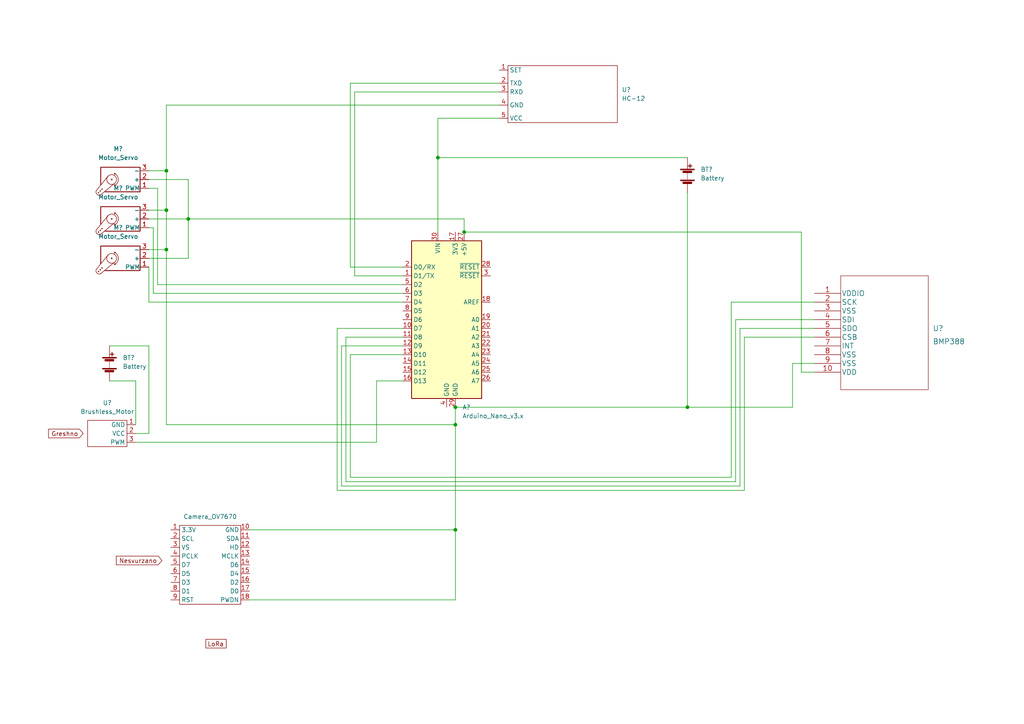
<source format=kicad_sch>
(kicad_sch (version 20211123) (generator eeschema)

  (uuid 9a3dd76b-6131-498a-adff-a5d6baab5f1c)

  (paper "A4")

  (lib_symbols
    (symbol "BMP388:BMP388" (pin_names (offset 0.254)) (in_bom yes) (on_board yes)
      (property "Reference" "U" (id 0) (at 20.32 10.16 0)
        (effects (font (size 1.524 1.524)))
      )
      (property "Value" "BMP388" (id 1) (at 20.32 7.62 0)
        (effects (font (size 1.524 1.524)))
      )
      (property "Footprint" "QFN_BMP388_BOS" (id 2) (at 20.32 6.096 0)
        (effects (font (size 1.524 1.524)) hide)
      )
      (property "Datasheet" "" (id 3) (at 0 0 0)
        (effects (font (size 1.524 1.524)))
      )
      (property "ki_locked" "" (id 4) (at 0 0 0)
        (effects (font (size 1.27 1.27)))
      )
      (property "ki_fp_filters" "QFN_BMP388_BOS QFN_BMP388_BOS-M QFN_BMP388_BOS-L" (id 5) (at 0 0 0)
        (effects (font (size 1.27 1.27)) hide)
      )
      (symbol "BMP388_1_1"
        (polyline
          (pts
            (xy 7.62 -27.94)
            (xy 33.02 -27.94)
          )
          (stroke (width 0.127) (type default) (color 0 0 0 0))
          (fill (type none))
        )
        (polyline
          (pts
            (xy 7.62 5.08)
            (xy 7.62 -27.94)
          )
          (stroke (width 0.127) (type default) (color 0 0 0 0))
          (fill (type none))
        )
        (polyline
          (pts
            (xy 33.02 -27.94)
            (xy 33.02 5.08)
          )
          (stroke (width 0.127) (type default) (color 0 0 0 0))
          (fill (type none))
        )
        (polyline
          (pts
            (xy 33.02 5.08)
            (xy 7.62 5.08)
          )
          (stroke (width 0.127) (type default) (color 0 0 0 0))
          (fill (type none))
        )
        (pin power_in line (at 0 0 0) (length 7.62)
          (name "VDDIO" (effects (font (size 1.4986 1.4986))))
          (number "1" (effects (font (size 1.4986 1.4986))))
        )
        (pin power_in line (at 0 -22.86 0) (length 7.62)
          (name "VDD" (effects (font (size 1.4986 1.4986))))
          (number "10" (effects (font (size 1.4986 1.4986))))
        )
        (pin unspecified line (at 0 -2.54 0) (length 7.62)
          (name "SCK" (effects (font (size 1.4986 1.4986))))
          (number "2" (effects (font (size 1.4986 1.4986))))
        )
        (pin power_in line (at 0 -5.08 0) (length 7.62)
          (name "VSS" (effects (font (size 1.4986 1.4986))))
          (number "3" (effects (font (size 1.4986 1.4986))))
        )
        (pin unspecified line (at 0 -7.62 0) (length 7.62)
          (name "SDI" (effects (font (size 1.4986 1.4986))))
          (number "4" (effects (font (size 1.4986 1.4986))))
        )
        (pin unspecified line (at 0 -10.16 0) (length 7.62)
          (name "SDO" (effects (font (size 1.4986 1.4986))))
          (number "5" (effects (font (size 1.4986 1.4986))))
        )
        (pin unspecified line (at 0 -12.7 0) (length 7.62)
          (name "CSB" (effects (font (size 1.4986 1.4986))))
          (number "6" (effects (font (size 1.4986 1.4986))))
        )
        (pin unspecified line (at 0 -15.24 0) (length 7.62)
          (name "INT" (effects (font (size 1.4986 1.4986))))
          (number "7" (effects (font (size 1.4986 1.4986))))
        )
        (pin power_in line (at 0 -17.78 0) (length 7.62)
          (name "VSS" (effects (font (size 1.4986 1.4986))))
          (number "8" (effects (font (size 1.4986 1.4986))))
        )
        (pin power_in line (at 0 -20.32 0) (length 7.62)
          (name "VSS" (effects (font (size 1.4986 1.4986))))
          (number "9" (effects (font (size 1.4986 1.4986))))
        )
      )
    )
    (symbol "Device:Battery" (pin_numbers hide) (pin_names (offset 0) hide) (in_bom yes) (on_board yes)
      (property "Reference" "BT" (id 0) (at 2.54 2.54 0)
        (effects (font (size 1.27 1.27)) (justify left))
      )
      (property "Value" "Battery" (id 1) (at 2.54 0 0)
        (effects (font (size 1.27 1.27)) (justify left))
      )
      (property "Footprint" "" (id 2) (at 0 1.524 90)
        (effects (font (size 1.27 1.27)) hide)
      )
      (property "Datasheet" "~" (id 3) (at 0 1.524 90)
        (effects (font (size 1.27 1.27)) hide)
      )
      (property "ki_keywords" "batt voltage-source cell" (id 4) (at 0 0 0)
        (effects (font (size 1.27 1.27)) hide)
      )
      (property "ki_description" "Multiple-cell battery" (id 5) (at 0 0 0)
        (effects (font (size 1.27 1.27)) hide)
      )
      (symbol "Battery_0_1"
        (rectangle (start -2.032 -1.397) (end 2.032 -1.651)
          (stroke (width 0) (type default) (color 0 0 0 0))
          (fill (type outline))
        )
        (rectangle (start -2.032 1.778) (end 2.032 1.524)
          (stroke (width 0) (type default) (color 0 0 0 0))
          (fill (type outline))
        )
        (rectangle (start -1.3208 -1.9812) (end 1.27 -2.4892)
          (stroke (width 0) (type default) (color 0 0 0 0))
          (fill (type outline))
        )
        (rectangle (start -1.3208 1.1938) (end 1.27 0.6858)
          (stroke (width 0) (type default) (color 0 0 0 0))
          (fill (type outline))
        )
        (polyline
          (pts
            (xy 0 -1.524)
            (xy 0 -1.27)
          )
          (stroke (width 0) (type default) (color 0 0 0 0))
          (fill (type none))
        )
        (polyline
          (pts
            (xy 0 -1.016)
            (xy 0 -0.762)
          )
          (stroke (width 0) (type default) (color 0 0 0 0))
          (fill (type none))
        )
        (polyline
          (pts
            (xy 0 -0.508)
            (xy 0 -0.254)
          )
          (stroke (width 0) (type default) (color 0 0 0 0))
          (fill (type none))
        )
        (polyline
          (pts
            (xy 0 0)
            (xy 0 0.254)
          )
          (stroke (width 0) (type default) (color 0 0 0 0))
          (fill (type none))
        )
        (polyline
          (pts
            (xy 0 0.508)
            (xy 0 0.762)
          )
          (stroke (width 0) (type default) (color 0 0 0 0))
          (fill (type none))
        )
        (polyline
          (pts
            (xy 0 1.778)
            (xy 0 2.54)
          )
          (stroke (width 0) (type default) (color 0 0 0 0))
          (fill (type none))
        )
        (polyline
          (pts
            (xy 0.254 2.667)
            (xy 1.27 2.667)
          )
          (stroke (width 0.254) (type default) (color 0 0 0 0))
          (fill (type none))
        )
        (polyline
          (pts
            (xy 0.762 3.175)
            (xy 0.762 2.159)
          )
          (stroke (width 0.254) (type default) (color 0 0 0 0))
          (fill (type none))
        )
      )
      (symbol "Battery_1_1"
        (pin passive line (at 0 5.08 270) (length 2.54)
          (name "+" (effects (font (size 1.27 1.27))))
          (number "1" (effects (font (size 1.27 1.27))))
        )
        (pin passive line (at 0 -5.08 90) (length 2.54)
          (name "-" (effects (font (size 1.27 1.27))))
          (number "2" (effects (font (size 1.27 1.27))))
        )
      )
    )
    (symbol "MCU_Module:Arduino_Nano_v3.x" (in_bom yes) (on_board yes)
      (property "Reference" "A" (id 0) (at -10.16 23.495 0)
        (effects (font (size 1.27 1.27)) (justify left bottom))
      )
      (property "Value" "Arduino_Nano_v3.x" (id 1) (at 5.08 -24.13 0)
        (effects (font (size 1.27 1.27)) (justify left top))
      )
      (property "Footprint" "Module:Arduino_Nano" (id 2) (at 0 0 0)
        (effects (font (size 1.27 1.27) italic) hide)
      )
      (property "Datasheet" "http://www.mouser.com/pdfdocs/Gravitech_Arduino_Nano3_0.pdf" (id 3) (at 0 0 0)
        (effects (font (size 1.27 1.27)) hide)
      )
      (property "ki_keywords" "Arduino nano microcontroller module USB" (id 4) (at 0 0 0)
        (effects (font (size 1.27 1.27)) hide)
      )
      (property "ki_description" "Arduino Nano v3.x" (id 5) (at 0 0 0)
        (effects (font (size 1.27 1.27)) hide)
      )
      (property "ki_fp_filters" "Arduino*Nano*" (id 6) (at 0 0 0)
        (effects (font (size 1.27 1.27)) hide)
      )
      (symbol "Arduino_Nano_v3.x_0_1"
        (rectangle (start -10.16 22.86) (end 10.16 -22.86)
          (stroke (width 0.254) (type default) (color 0 0 0 0))
          (fill (type background))
        )
      )
      (symbol "Arduino_Nano_v3.x_1_1"
        (pin bidirectional line (at -12.7 12.7 0) (length 2.54)
          (name "D1/TX" (effects (font (size 1.27 1.27))))
          (number "1" (effects (font (size 1.27 1.27))))
        )
        (pin bidirectional line (at -12.7 -2.54 0) (length 2.54)
          (name "D7" (effects (font (size 1.27 1.27))))
          (number "10" (effects (font (size 1.27 1.27))))
        )
        (pin bidirectional line (at -12.7 -5.08 0) (length 2.54)
          (name "D8" (effects (font (size 1.27 1.27))))
          (number "11" (effects (font (size 1.27 1.27))))
        )
        (pin bidirectional line (at -12.7 -7.62 0) (length 2.54)
          (name "D9" (effects (font (size 1.27 1.27))))
          (number "12" (effects (font (size 1.27 1.27))))
        )
        (pin bidirectional line (at -12.7 -10.16 0) (length 2.54)
          (name "D10" (effects (font (size 1.27 1.27))))
          (number "13" (effects (font (size 1.27 1.27))))
        )
        (pin bidirectional line (at -12.7 -12.7 0) (length 2.54)
          (name "D11" (effects (font (size 1.27 1.27))))
          (number "14" (effects (font (size 1.27 1.27))))
        )
        (pin bidirectional line (at -12.7 -15.24 0) (length 2.54)
          (name "D12" (effects (font (size 1.27 1.27))))
          (number "15" (effects (font (size 1.27 1.27))))
        )
        (pin bidirectional line (at -12.7 -17.78 0) (length 2.54)
          (name "D13" (effects (font (size 1.27 1.27))))
          (number "16" (effects (font (size 1.27 1.27))))
        )
        (pin power_out line (at 2.54 25.4 270) (length 2.54)
          (name "3V3" (effects (font (size 1.27 1.27))))
          (number "17" (effects (font (size 1.27 1.27))))
        )
        (pin input line (at 12.7 5.08 180) (length 2.54)
          (name "AREF" (effects (font (size 1.27 1.27))))
          (number "18" (effects (font (size 1.27 1.27))))
        )
        (pin bidirectional line (at 12.7 0 180) (length 2.54)
          (name "A0" (effects (font (size 1.27 1.27))))
          (number "19" (effects (font (size 1.27 1.27))))
        )
        (pin bidirectional line (at -12.7 15.24 0) (length 2.54)
          (name "D0/RX" (effects (font (size 1.27 1.27))))
          (number "2" (effects (font (size 1.27 1.27))))
        )
        (pin bidirectional line (at 12.7 -2.54 180) (length 2.54)
          (name "A1" (effects (font (size 1.27 1.27))))
          (number "20" (effects (font (size 1.27 1.27))))
        )
        (pin bidirectional line (at 12.7 -5.08 180) (length 2.54)
          (name "A2" (effects (font (size 1.27 1.27))))
          (number "21" (effects (font (size 1.27 1.27))))
        )
        (pin bidirectional line (at 12.7 -7.62 180) (length 2.54)
          (name "A3" (effects (font (size 1.27 1.27))))
          (number "22" (effects (font (size 1.27 1.27))))
        )
        (pin bidirectional line (at 12.7 -10.16 180) (length 2.54)
          (name "A4" (effects (font (size 1.27 1.27))))
          (number "23" (effects (font (size 1.27 1.27))))
        )
        (pin bidirectional line (at 12.7 -12.7 180) (length 2.54)
          (name "A5" (effects (font (size 1.27 1.27))))
          (number "24" (effects (font (size 1.27 1.27))))
        )
        (pin bidirectional line (at 12.7 -15.24 180) (length 2.54)
          (name "A6" (effects (font (size 1.27 1.27))))
          (number "25" (effects (font (size 1.27 1.27))))
        )
        (pin bidirectional line (at 12.7 -17.78 180) (length 2.54)
          (name "A7" (effects (font (size 1.27 1.27))))
          (number "26" (effects (font (size 1.27 1.27))))
        )
        (pin power_out line (at 5.08 25.4 270) (length 2.54)
          (name "+5V" (effects (font (size 1.27 1.27))))
          (number "27" (effects (font (size 1.27 1.27))))
        )
        (pin input line (at 12.7 15.24 180) (length 2.54)
          (name "~{RESET}" (effects (font (size 1.27 1.27))))
          (number "28" (effects (font (size 1.27 1.27))))
        )
        (pin power_in line (at 2.54 -25.4 90) (length 2.54)
          (name "GND" (effects (font (size 1.27 1.27))))
          (number "29" (effects (font (size 1.27 1.27))))
        )
        (pin input line (at 12.7 12.7 180) (length 2.54)
          (name "~{RESET}" (effects (font (size 1.27 1.27))))
          (number "3" (effects (font (size 1.27 1.27))))
        )
        (pin power_in line (at -2.54 25.4 270) (length 2.54)
          (name "VIN" (effects (font (size 1.27 1.27))))
          (number "30" (effects (font (size 1.27 1.27))))
        )
        (pin power_in line (at 0 -25.4 90) (length 2.54)
          (name "GND" (effects (font (size 1.27 1.27))))
          (number "4" (effects (font (size 1.27 1.27))))
        )
        (pin bidirectional line (at -12.7 10.16 0) (length 2.54)
          (name "D2" (effects (font (size 1.27 1.27))))
          (number "5" (effects (font (size 1.27 1.27))))
        )
        (pin bidirectional line (at -12.7 7.62 0) (length 2.54)
          (name "D3" (effects (font (size 1.27 1.27))))
          (number "6" (effects (font (size 1.27 1.27))))
        )
        (pin bidirectional line (at -12.7 5.08 0) (length 2.54)
          (name "D4" (effects (font (size 1.27 1.27))))
          (number "7" (effects (font (size 1.27 1.27))))
        )
        (pin bidirectional line (at -12.7 2.54 0) (length 2.54)
          (name "D5" (effects (font (size 1.27 1.27))))
          (number "8" (effects (font (size 1.27 1.27))))
        )
        (pin bidirectional line (at -12.7 0 0) (length 2.54)
          (name "D6" (effects (font (size 1.27 1.27))))
          (number "9" (effects (font (size 1.27 1.27))))
        )
      )
    )
    (symbol "Motor:Brushless_Motor" (in_bom yes) (on_board yes)
      (property "Reference" "U" (id 0) (at 2.54 7.62 0)
        (effects (font (size 1.27 1.27)))
      )
      (property "Value" "Brushless_Motor" (id 1) (at 2.54 5.08 0)
        (effects (font (size 1.27 1.27)))
      )
      (property "Footprint" "" (id 2) (at 2.54 0 0)
        (effects (font (size 1.27 1.27)) hide)
      )
      (property "Datasheet" "" (id 3) (at 2.54 0 0)
        (effects (font (size 1.27 1.27)) hide)
      )
      (symbol "Brushless_Motor_0_1"
        (rectangle (start -2.54 2.54) (end 8.89 -5.08)
          (stroke (width 0) (type default) (color 0 0 0 0))
          (fill (type none))
        )
      )
      (symbol "Brushless_Motor_1_1"
        (pin input line (at -5.08 1.27 0) (length 2.54)
          (name "GND" (effects (font (size 1.27 1.27))))
          (number "1" (effects (font (size 1.27 1.27))))
        )
        (pin input line (at -5.08 -1.27 0) (length 2.54)
          (name "VCC" (effects (font (size 1.27 1.27))))
          (number "2" (effects (font (size 1.27 1.27))))
        )
        (pin input line (at -5.08 -3.81 0) (length 2.54)
          (name "PWM" (effects (font (size 1.27 1.27))))
          (number "3" (effects (font (size 1.27 1.27))))
        )
      )
    )
    (symbol "Motor:Motor_Servo" (pin_names (offset 0.0254)) (in_bom yes) (on_board yes)
      (property "Reference" "M" (id 0) (at -5.08 4.445 0)
        (effects (font (size 1.27 1.27)) (justify left))
      )
      (property "Value" "Motor_Servo" (id 1) (at -5.08 -4.064 0)
        (effects (font (size 1.27 1.27)) (justify left top))
      )
      (property "Footprint" "" (id 2) (at 0 -4.826 0)
        (effects (font (size 1.27 1.27)) hide)
      )
      (property "Datasheet" "http://forums.parallax.com/uploads/attachments/46831/74481.png" (id 3) (at 0 -4.826 0)
        (effects (font (size 1.27 1.27)) hide)
      )
      (property "ki_keywords" "Servo Motor" (id 4) (at 0 0 0)
        (effects (font (size 1.27 1.27)) hide)
      )
      (property "ki_description" "Servo Motor (Futaba, HiTec, JR connector)" (id 5) (at 0 0 0)
        (effects (font (size 1.27 1.27)) hide)
      )
      (property "ki_fp_filters" "PinHeader*P2.54mm*" (id 6) (at 0 0 0)
        (effects (font (size 1.27 1.27)) hide)
      )
      (symbol "Motor_Servo_0_1"
        (polyline
          (pts
            (xy 2.413 -1.778)
            (xy 2.032 -1.778)
          )
          (stroke (width 0) (type default) (color 0 0 0 0))
          (fill (type none))
        )
        (polyline
          (pts
            (xy 2.413 -1.778)
            (xy 2.286 -1.397)
          )
          (stroke (width 0) (type default) (color 0 0 0 0))
          (fill (type none))
        )
        (polyline
          (pts
            (xy 2.413 1.778)
            (xy 1.905 1.778)
          )
          (stroke (width 0) (type default) (color 0 0 0 0))
          (fill (type none))
        )
        (polyline
          (pts
            (xy 2.413 1.778)
            (xy 2.286 1.397)
          )
          (stroke (width 0) (type default) (color 0 0 0 0))
          (fill (type none))
        )
        (polyline
          (pts
            (xy 6.35 4.445)
            (xy 2.54 1.27)
          )
          (stroke (width 0) (type default) (color 0 0 0 0))
          (fill (type none))
        )
        (polyline
          (pts
            (xy 7.62 3.175)
            (xy 4.191 -1.016)
          )
          (stroke (width 0) (type default) (color 0 0 0 0))
          (fill (type none))
        )
        (polyline
          (pts
            (xy 5.08 3.556)
            (xy -5.08 3.556)
            (xy -5.08 -3.556)
            (xy 6.35 -3.556)
            (xy 6.35 1.524)
          )
          (stroke (width 0.254) (type default) (color 0 0 0 0))
          (fill (type none))
        )
        (arc (start 2.413 1.778) (mid 1.2406 0) (end 2.413 -1.778)
          (stroke (width 0) (type default) (color 0 0 0 0))
          (fill (type none))
        )
        (circle (center 3.175 0) (radius 0.1778)
          (stroke (width 0) (type default) (color 0 0 0 0))
          (fill (type none))
        )
        (circle (center 3.175 0) (radius 1.4224)
          (stroke (width 0) (type default) (color 0 0 0 0))
          (fill (type none))
        )
        (circle (center 5.969 2.794) (radius 0.127)
          (stroke (width 0) (type default) (color 0 0 0 0))
          (fill (type none))
        )
        (circle (center 6.477 3.302) (radius 0.127)
          (stroke (width 0) (type default) (color 0 0 0 0))
          (fill (type none))
        )
        (circle (center 6.985 3.81) (radius 0.127)
          (stroke (width 0) (type default) (color 0 0 0 0))
          (fill (type none))
        )
        (arc (start 7.62 3.175) (mid 7.4485 4.2735) (end 6.35 4.445)
          (stroke (width 0) (type default) (color 0 0 0 0))
          (fill (type none))
        )
      )
      (symbol "Motor_Servo_1_1"
        (pin passive line (at -7.62 2.54 0) (length 2.54)
          (name "PWM" (effects (font (size 1.27 1.27))))
          (number "1" (effects (font (size 1.27 1.27))))
        )
        (pin passive line (at -7.62 0 0) (length 2.54)
          (name "+" (effects (font (size 1.27 1.27))))
          (number "2" (effects (font (size 1.27 1.27))))
        )
        (pin passive line (at -7.62 -2.54 0) (length 2.54)
          (name "-" (effects (font (size 1.27 1.27))))
          (number "3" (effects (font (size 1.27 1.27))))
        )
      )
    )
    (symbol "RF_Bluetooth:HC-12" (in_bom yes) (on_board yes)
      (property "Reference" "U" (id 0) (at 0 0 0)
        (effects (font (size 1.27 1.27)))
      )
      (property "Value" "HC-12" (id 1) (at 0 11.43 0)
        (effects (font (size 1.27 1.27)))
      )
      (property "Footprint" "" (id 2) (at 0 0 0)
        (effects (font (size 1.27 1.27)) hide)
      )
      (property "Datasheet" "" (id 3) (at 0 0 0)
        (effects (font (size 1.27 1.27)) hide)
      )
      (symbol "HC-12_0_1"
        (rectangle (start -16.51 8.89) (end 15.24 -7.62)
          (stroke (width 0) (type default) (color 0 0 0 0))
          (fill (type none))
        )
      )
      (symbol "HC-12_1_1"
        (pin input line (at -19.05 7.62 0) (length 2.54)
          (name "SET" (effects (font (size 1.27 1.27))))
          (number "1" (effects (font (size 1.27 1.27))))
        )
        (pin input line (at -19.05 3.81 0) (length 2.54)
          (name "TXD" (effects (font (size 1.27 1.27))))
          (number "2" (effects (font (size 1.27 1.27))))
        )
        (pin input line (at -19.05 1.27 0) (length 2.54)
          (name "RXD" (effects (font (size 1.27 1.27))))
          (number "3" (effects (font (size 1.27 1.27))))
        )
        (pin input line (at -19.05 -2.54 0) (length 2.54)
          (name "GND" (effects (font (size 1.27 1.27))))
          (number "4" (effects (font (size 1.27 1.27))))
        )
        (pin input line (at -19.05 -6.35 0) (length 2.54)
          (name "VCC" (effects (font (size 1.27 1.27))))
          (number "5" (effects (font (size 1.27 1.27))))
        )
      )
    )
    (symbol "Sensor_Optical:Camera_OV7670" (in_bom yes) (on_board yes)
      (property "Reference" "U" (id 0) (at -16.51 30.48 0)
        (effects (font (size 1.27 1.27)))
      )
      (property "Value" "Camera_OV7670" (id 1) (at 0 26.67 0)
        (effects (font (size 1.27 1.27)))
      )
      (property "Footprint" "" (id 2) (at 3.81 0 0)
        (effects (font (size 1.27 1.27)) hide)
      )
      (property "Datasheet" "" (id 3) (at 3.81 0 0)
        (effects (font (size 1.27 1.27)) hide)
      )
      (symbol "Camera_OV7670_0_1"
        (rectangle (start -8.89 24.13) (end 8.89 1.27)
          (stroke (width 0) (type default) (color 0 0 0 0))
          (fill (type none))
        )
      )
      (symbol "Camera_OV7670_1_1"
        (pin input line (at -11.43 22.86 0) (length 2.54)
          (name "3.3V" (effects (font (size 1.27 1.27))))
          (number "1" (effects (font (size 1.27 1.27))))
        )
        (pin input line (at 11.43 22.86 180) (length 2.54)
          (name "GND" (effects (font (size 1.27 1.27))))
          (number "10" (effects (font (size 1.27 1.27))))
        )
        (pin input line (at 11.43 20.32 180) (length 2.54)
          (name "SDA" (effects (font (size 1.27 1.27))))
          (number "11" (effects (font (size 1.27 1.27))))
        )
        (pin input line (at 11.43 17.78 180) (length 2.54)
          (name "HD" (effects (font (size 1.27 1.27))))
          (number "12" (effects (font (size 1.27 1.27))))
        )
        (pin input line (at 11.43 15.24 180) (length 2.54)
          (name "MCLK" (effects (font (size 1.27 1.27))))
          (number "13" (effects (font (size 1.27 1.27))))
        )
        (pin input line (at 11.43 12.7 180) (length 2.54)
          (name "D6" (effects (font (size 1.27 1.27))))
          (number "14" (effects (font (size 1.27 1.27))))
        )
        (pin input line (at 11.43 10.16 180) (length 2.54)
          (name "D4" (effects (font (size 1.27 1.27))))
          (number "15" (effects (font (size 1.27 1.27))))
        )
        (pin input line (at 11.43 7.62 180) (length 2.54)
          (name "D2" (effects (font (size 1.27 1.27))))
          (number "16" (effects (font (size 1.27 1.27))))
        )
        (pin input line (at 11.43 5.08 180) (length 2.54)
          (name "D0" (effects (font (size 1.27 1.27))))
          (number "17" (effects (font (size 1.27 1.27))))
        )
        (pin input line (at 11.43 2.54 180) (length 2.54)
          (name "PWDN" (effects (font (size 1.27 1.27))))
          (number "18" (effects (font (size 1.27 1.27))))
        )
        (pin input line (at -11.43 20.32 0) (length 2.54)
          (name "SCL" (effects (font (size 1.27 1.27))))
          (number "2" (effects (font (size 1.27 1.27))))
        )
        (pin input line (at -11.43 17.78 0) (length 2.54)
          (name "VS" (effects (font (size 1.27 1.27))))
          (number "3" (effects (font (size 1.27 1.27))))
        )
        (pin input line (at -11.43 15.24 0) (length 2.54)
          (name "PCLK" (effects (font (size 1.27 1.27))))
          (number "4" (effects (font (size 1.27 1.27))))
        )
        (pin input line (at -11.43 12.7 0) (length 2.54)
          (name "D7" (effects (font (size 1.27 1.27))))
          (number "5" (effects (font (size 1.27 1.27))))
        )
        (pin input line (at -11.43 10.16 0) (length 2.54)
          (name "D5" (effects (font (size 1.27 1.27))))
          (number "6" (effects (font (size 1.27 1.27))))
        )
        (pin input line (at -11.43 7.62 0) (length 2.54)
          (name "D3" (effects (font (size 1.27 1.27))))
          (number "7" (effects (font (size 1.27 1.27))))
        )
        (pin input line (at -11.43 5.08 0) (length 2.54)
          (name "D1" (effects (font (size 1.27 1.27))))
          (number "8" (effects (font (size 1.27 1.27))))
        )
        (pin input line (at -11.43 2.54 0) (length 2.54)
          (name "RST" (effects (font (size 1.27 1.27))))
          (number "9" (effects (font (size 1.27 1.27))))
        )
      )
    )
  )

  (junction (at 132.08 153.67) (diameter 0) (color 0 0 0 0)
    (uuid 351322aa-ba8f-4724-a603-bf463a1f4680)
  )
  (junction (at 134.62 67.31) (diameter 0) (color 0 0 0 0)
    (uuid 406a6ba4-2ea1-458d-a151-e751e70b3911)
  )
  (junction (at 48.26 72.39) (diameter 0) (color 0 0 0 0)
    (uuid 422152b9-2c8f-4576-ae4c-a1af71836e03)
  )
  (junction (at 48.26 49.53) (diameter 0) (color 0 0 0 0)
    (uuid 52c7d7c8-fa31-4e46-9eb5-d3286895dddd)
  )
  (junction (at 127 45.72) (diameter 0) (color 0 0 0 0)
    (uuid 5a3ccbb1-3e8c-4093-9fb1-3ad2acf9b9e4)
  )
  (junction (at 132.08 123.19) (diameter 0) (color 0 0 0 0)
    (uuid 6101a3d6-81ca-45aa-ae6a-914d14f146ba)
  )
  (junction (at 48.26 60.96) (diameter 0) (color 0 0 0 0)
    (uuid 6834827f-b599-4949-b00e-ace44e034a2e)
  )
  (junction (at 54.61 63.5) (diameter 0) (color 0 0 0 0)
    (uuid 72818f49-a737-4d64-a5e3-64475f6e8d80)
  )
  (junction (at 199.39 118.11) (diameter 0) (color 0 0 0 0)
    (uuid 77d855af-6a1f-45a2-8aa3-0016fda10d58)
  )
  (junction (at 132.08 118.11) (diameter 0) (color 0 0 0 0)
    (uuid ba80cd45-6c61-442c-a455-89f5770eb812)
  )

  (wire (pts (xy 134.62 63.5) (xy 134.62 67.31))
    (stroke (width 0) (type default) (color 0 0 0 0))
    (uuid 01c0711a-1ccf-45fd-8bee-91300618f520)
  )
  (wire (pts (xy 99.06 140.97) (xy 99.06 100.33))
    (stroke (width 0) (type default) (color 0 0 0 0))
    (uuid 04ce0e00-a834-4cf0-a3bd-95303e431f64)
  )
  (wire (pts (xy 39.37 123.19) (xy 39.37 110.49))
    (stroke (width 0) (type default) (color 0 0 0 0))
    (uuid 0678a91d-0a72-47ba-a498-35a9a5675417)
  )
  (wire (pts (xy 43.18 74.93) (xy 54.61 74.93))
    (stroke (width 0) (type default) (color 0 0 0 0))
    (uuid 067d7380-8875-43e7-910b-1b51aefeec89)
  )
  (wire (pts (xy 144.78 30.48) (xy 48.26 30.48))
    (stroke (width 0) (type default) (color 0 0 0 0))
    (uuid 0ea56d1b-58f3-43eb-803c-947f2e268272)
  )
  (wire (pts (xy 214.63 140.97) (xy 99.06 140.97))
    (stroke (width 0) (type default) (color 0 0 0 0))
    (uuid 10f5c5ba-5c88-49d4-8158-eea2625ddaf3)
  )
  (wire (pts (xy 97.79 142.24) (xy 215.9 142.24))
    (stroke (width 0) (type default) (color 0 0 0 0))
    (uuid 14cffd0b-43ff-47d2-9c59-818b909d6455)
  )
  (wire (pts (xy 43.18 60.96) (xy 48.26 60.96))
    (stroke (width 0) (type default) (color 0 0 0 0))
    (uuid 157771a0-e99f-45e9-ab4a-dc91c6367529)
  )
  (wire (pts (xy 212.09 138.43) (xy 212.09 87.63))
    (stroke (width 0) (type default) (color 0 0 0 0))
    (uuid 1c3b04fd-d0f2-4d15-953c-675033c65bd4)
  )
  (wire (pts (xy 132.08 118.11) (xy 199.39 118.11))
    (stroke (width 0) (type default) (color 0 0 0 0))
    (uuid 250a2ecd-f0c3-4fe6-a6f5-503153509c07)
  )
  (wire (pts (xy 236.22 95.25) (xy 214.63 95.25))
    (stroke (width 0) (type default) (color 0 0 0 0))
    (uuid 265f7228-1a7c-42f9-9fb8-db735a21a1d6)
  )
  (wire (pts (xy 144.78 26.67) (xy 102.87 26.67))
    (stroke (width 0) (type default) (color 0 0 0 0))
    (uuid 2a8c97a8-c4ed-4067-af2e-77dc3d490749)
  )
  (wire (pts (xy 132.08 153.67) (xy 132.08 173.99))
    (stroke (width 0) (type default) (color 0 0 0 0))
    (uuid 2d1420f0-f6b2-490c-a835-8f3b3eb890c6)
  )
  (wire (pts (xy 116.84 95.25) (xy 97.79 95.25))
    (stroke (width 0) (type default) (color 0 0 0 0))
    (uuid 2ffaf70b-fecf-424d-9cf5-c2612bc02e0c)
  )
  (wire (pts (xy 102.87 26.67) (xy 102.87 80.01))
    (stroke (width 0) (type default) (color 0 0 0 0))
    (uuid 316e2f41-d99f-4d6b-850f-ab38bed1ebab)
  )
  (wire (pts (xy 48.26 49.53) (xy 48.26 60.96))
    (stroke (width 0) (type default) (color 0 0 0 0))
    (uuid 3417ff33-d5df-4db9-8385-4c2997d1ca6c)
  )
  (wire (pts (xy 127 34.29) (xy 127 45.72))
    (stroke (width 0) (type default) (color 0 0 0 0))
    (uuid 34ce51bd-971c-4bd2-a31c-0fa916ea1b3c)
  )
  (wire (pts (xy 213.36 92.71) (xy 213.36 139.7))
    (stroke (width 0) (type default) (color 0 0 0 0))
    (uuid 3560a4b4-c24d-496d-a5f9-3c5648ff48b0)
  )
  (wire (pts (xy 45.72 54.61) (xy 45.72 82.55))
    (stroke (width 0) (type default) (color 0 0 0 0))
    (uuid 36176aa1-0a2a-4e3f-bc7b-e04534b9074d)
  )
  (wire (pts (xy 215.9 97.79) (xy 236.22 97.79))
    (stroke (width 0) (type default) (color 0 0 0 0))
    (uuid 37ed6b95-82b8-4dc3-83c7-36e5e6c1b5a3)
  )
  (wire (pts (xy 199.39 55.88) (xy 199.39 118.11))
    (stroke (width 0) (type default) (color 0 0 0 0))
    (uuid 3cf8a3cb-1949-4aae-ac28-ccdd8ad5e48e)
  )
  (wire (pts (xy 212.09 87.63) (xy 236.22 87.63))
    (stroke (width 0) (type default) (color 0 0 0 0))
    (uuid 3d658a2d-d1aa-495c-9270-bac3c0a1f1d5)
  )
  (wire (pts (xy 43.18 72.39) (xy 48.26 72.39))
    (stroke (width 0) (type default) (color 0 0 0 0))
    (uuid 44158bd0-6483-42af-b132-68d436d2102a)
  )
  (wire (pts (xy 43.18 49.53) (xy 48.26 49.53))
    (stroke (width 0) (type default) (color 0 0 0 0))
    (uuid 4677d19c-b44e-469c-b014-5c66dea707fb)
  )
  (wire (pts (xy 101.6 138.43) (xy 212.09 138.43))
    (stroke (width 0) (type default) (color 0 0 0 0))
    (uuid 48ff2a43-94a6-4e6a-80c3-f17f1c8f18d2)
  )
  (wire (pts (xy 101.6 102.87) (xy 101.6 138.43))
    (stroke (width 0) (type default) (color 0 0 0 0))
    (uuid 4af3f76e-efe3-4d84-aaf7-b244fc411eb7)
  )
  (wire (pts (xy 43.18 66.04) (xy 44.45 66.04))
    (stroke (width 0) (type default) (color 0 0 0 0))
    (uuid 598b4ca5-074b-44cb-8703-da25dcf64a41)
  )
  (wire (pts (xy 43.18 125.73) (xy 43.18 100.33))
    (stroke (width 0) (type default) (color 0 0 0 0))
    (uuid 5e0ed953-a868-4f93-a119-0c6a0b9421f5)
  )
  (wire (pts (xy 232.41 107.95) (xy 232.41 67.31))
    (stroke (width 0) (type default) (color 0 0 0 0))
    (uuid 644eb05f-50dc-4197-8047-764fc65db7dc)
  )
  (wire (pts (xy 48.26 72.39) (xy 48.26 123.19))
    (stroke (width 0) (type default) (color 0 0 0 0))
    (uuid 6692b221-7086-4720-8107-956ab0fadcdd)
  )
  (wire (pts (xy 54.61 63.5) (xy 134.62 63.5))
    (stroke (width 0) (type default) (color 0 0 0 0))
    (uuid 6a472f07-f484-4ea9-9b5c-2e48fe0437ec)
  )
  (wire (pts (xy 54.61 52.07) (xy 54.61 63.5))
    (stroke (width 0) (type default) (color 0 0 0 0))
    (uuid 6bc4b6c4-f3be-437e-8b50-77e4b5792c0c)
  )
  (wire (pts (xy 43.18 52.07) (xy 54.61 52.07))
    (stroke (width 0) (type default) (color 0 0 0 0))
    (uuid 6dfa2989-a567-47ba-8a14-3d4697c12109)
  )
  (wire (pts (xy 132.08 123.19) (xy 132.08 153.67))
    (stroke (width 0) (type default) (color 0 0 0 0))
    (uuid 6e08789b-6c79-44f4-a08d-c0aade9a68df)
  )
  (wire (pts (xy 45.72 82.55) (xy 116.84 82.55))
    (stroke (width 0) (type default) (color 0 0 0 0))
    (uuid 6f3ab824-8322-4e15-aeff-2eecb6b38059)
  )
  (wire (pts (xy 43.18 77.47) (xy 43.18 87.63))
    (stroke (width 0) (type default) (color 0 0 0 0))
    (uuid 74f8060e-4207-47ab-8424-a75118a4c814)
  )
  (wire (pts (xy 43.18 100.33) (xy 31.75 100.33))
    (stroke (width 0) (type default) (color 0 0 0 0))
    (uuid 7724166e-798e-4e95-a5c0-a51bf53c7b3d)
  )
  (wire (pts (xy 48.26 123.19) (xy 132.08 123.19))
    (stroke (width 0) (type default) (color 0 0 0 0))
    (uuid 78789aa4-c89b-44b8-8a35-fdf9553f927d)
  )
  (wire (pts (xy 215.9 142.24) (xy 215.9 97.79))
    (stroke (width 0) (type default) (color 0 0 0 0))
    (uuid 7d496fbe-774a-4c0d-a9f3-6d67cccc9e94)
  )
  (wire (pts (xy 100.33 139.7) (xy 100.33 97.79))
    (stroke (width 0) (type default) (color 0 0 0 0))
    (uuid 88134a7a-32c4-4a9a-8400-4c71e461ee3e)
  )
  (wire (pts (xy 213.36 139.7) (xy 100.33 139.7))
    (stroke (width 0) (type default) (color 0 0 0 0))
    (uuid 8c9da72b-39c1-4478-896b-5a674bafc665)
  )
  (wire (pts (xy 127 45.72) (xy 127 67.31))
    (stroke (width 0) (type default) (color 0 0 0 0))
    (uuid 904dd777-4ad5-4a73-8966-62164b04e166)
  )
  (wire (pts (xy 39.37 125.73) (xy 43.18 125.73))
    (stroke (width 0) (type default) (color 0 0 0 0))
    (uuid 984a83e1-c3fd-4dfb-ae46-80ebac49cc3b)
  )
  (wire (pts (xy 144.78 24.13) (xy 101.6 24.13))
    (stroke (width 0) (type default) (color 0 0 0 0))
    (uuid 9b262dbc-478e-4b53-bdf1-32de8a95a994)
  )
  (wire (pts (xy 236.22 92.71) (xy 213.36 92.71))
    (stroke (width 0) (type default) (color 0 0 0 0))
    (uuid 9deb848c-310f-445e-ab0c-1738aadf55f6)
  )
  (wire (pts (xy 229.87 105.41) (xy 229.87 118.11))
    (stroke (width 0) (type default) (color 0 0 0 0))
    (uuid a29f7b47-0bf7-4a18-833c-773d16f581e3)
  )
  (wire (pts (xy 144.78 34.29) (xy 127 34.29))
    (stroke (width 0) (type default) (color 0 0 0 0))
    (uuid a6ef4727-03b2-48e2-9a60-b2556de8ea79)
  )
  (wire (pts (xy 43.18 63.5) (xy 54.61 63.5))
    (stroke (width 0) (type default) (color 0 0 0 0))
    (uuid a8808b01-1722-4874-8e3a-dfbadcd3c3bc)
  )
  (wire (pts (xy 101.6 24.13) (xy 101.6 77.47))
    (stroke (width 0) (type default) (color 0 0 0 0))
    (uuid aab0db8e-1525-4d0e-b86a-596c3270d77e)
  )
  (wire (pts (xy 39.37 110.49) (xy 31.75 110.49))
    (stroke (width 0) (type default) (color 0 0 0 0))
    (uuid b375c9e1-5aa9-47aa-9f09-2ef983b6c743)
  )
  (wire (pts (xy 44.45 66.04) (xy 44.45 85.09))
    (stroke (width 0) (type default) (color 0 0 0 0))
    (uuid b7b5dc9f-a1cb-442c-a442-6b64e357ddb0)
  )
  (wire (pts (xy 116.84 102.87) (xy 101.6 102.87))
    (stroke (width 0) (type default) (color 0 0 0 0))
    (uuid baf7bb73-cf96-445c-bd0b-46e2d15d51e7)
  )
  (wire (pts (xy 236.22 105.41) (xy 229.87 105.41))
    (stroke (width 0) (type default) (color 0 0 0 0))
    (uuid bb91ca52-ecb6-4751-976b-9103b6f434b9)
  )
  (wire (pts (xy 48.26 30.48) (xy 48.26 49.53))
    (stroke (width 0) (type default) (color 0 0 0 0))
    (uuid bb9d23e1-e198-44c9-bc30-8d2b11ba3414)
  )
  (wire (pts (xy 44.45 85.09) (xy 116.84 85.09))
    (stroke (width 0) (type default) (color 0 0 0 0))
    (uuid be75da4c-ce50-4726-bffc-efce399ae28c)
  )
  (wire (pts (xy 72.39 153.67) (xy 132.08 153.67))
    (stroke (width 0) (type default) (color 0 0 0 0))
    (uuid c3359d45-5ae6-4fdc-ab03-fe2aec6c4689)
  )
  (wire (pts (xy 99.06 100.33) (xy 116.84 100.33))
    (stroke (width 0) (type default) (color 0 0 0 0))
    (uuid c3b15058-9fed-487e-9be4-e6ed7b7ab65d)
  )
  (wire (pts (xy 102.87 80.01) (xy 116.84 80.01))
    (stroke (width 0) (type default) (color 0 0 0 0))
    (uuid c5aa178b-cdfe-4375-a485-d2c8f495a02e)
  )
  (wire (pts (xy 199.39 118.11) (xy 229.87 118.11))
    (stroke (width 0) (type default) (color 0 0 0 0))
    (uuid c85f3a2b-2453-4db8-973c-193a45ae2cd4)
  )
  (wire (pts (xy 236.22 107.95) (xy 232.41 107.95))
    (stroke (width 0) (type default) (color 0 0 0 0))
    (uuid c88c2543-4239-4921-829f-728c13684e7b)
  )
  (wire (pts (xy 132.08 118.11) (xy 132.08 123.19))
    (stroke (width 0) (type default) (color 0 0 0 0))
    (uuid c93ec15d-24fa-424f-9842-9a6307304383)
  )
  (wire (pts (xy 39.37 128.27) (xy 109.22 128.27))
    (stroke (width 0) (type default) (color 0 0 0 0))
    (uuid c9d01ea5-7c84-4095-b28d-869354beddbb)
  )
  (wire (pts (xy 214.63 95.25) (xy 214.63 140.97))
    (stroke (width 0) (type default) (color 0 0 0 0))
    (uuid d2c39acc-7b92-4268-b5f1-a9472975cb01)
  )
  (wire (pts (xy 72.39 173.99) (xy 132.08 173.99))
    (stroke (width 0) (type default) (color 0 0 0 0))
    (uuid d6c224fb-e907-4d4a-8d7f-df58be39bc03)
  )
  (wire (pts (xy 97.79 95.25) (xy 97.79 142.24))
    (stroke (width 0) (type default) (color 0 0 0 0))
    (uuid d83e550b-d4f7-467e-9476-df6e607a0dcb)
  )
  (wire (pts (xy 43.18 54.61) (xy 45.72 54.61))
    (stroke (width 0) (type default) (color 0 0 0 0))
    (uuid d919027f-b906-442a-8e06-69549f6b6f68)
  )
  (wire (pts (xy 109.22 110.49) (xy 116.84 110.49))
    (stroke (width 0) (type default) (color 0 0 0 0))
    (uuid db17562a-10ad-4211-ac63-3a91cf3051d9)
  )
  (wire (pts (xy 101.6 77.47) (xy 116.84 77.47))
    (stroke (width 0) (type default) (color 0 0 0 0))
    (uuid e1513d40-766a-4eb5-bf7b-fbcfbfbc1349)
  )
  (wire (pts (xy 199.39 45.72) (xy 127 45.72))
    (stroke (width 0) (type default) (color 0 0 0 0))
    (uuid e1a090ba-4866-40f8-94c5-235b254d8b82)
  )
  (wire (pts (xy 43.18 87.63) (xy 116.84 87.63))
    (stroke (width 0) (type default) (color 0 0 0 0))
    (uuid e2f0356e-9572-4a71-a951-84aafb6693b9)
  )
  (wire (pts (xy 232.41 67.31) (xy 134.62 67.31))
    (stroke (width 0) (type default) (color 0 0 0 0))
    (uuid ee901a77-9635-4f1d-826b-b363f3fe928d)
  )
  (wire (pts (xy 109.22 128.27) (xy 109.22 110.49))
    (stroke (width 0) (type default) (color 0 0 0 0))
    (uuid f0fb3f71-6934-4442-af72-4a71f4649155)
  )
  (wire (pts (xy 54.61 74.93) (xy 54.61 63.5))
    (stroke (width 0) (type default) (color 0 0 0 0))
    (uuid f5980fbe-68ca-4086-b9c2-55221f098c20)
  )
  (wire (pts (xy 48.26 60.96) (xy 48.26 72.39))
    (stroke (width 0) (type default) (color 0 0 0 0))
    (uuid f9a1d94a-8dc7-4cb9-88b1-5896f1a0061d)
  )
  (wire (pts (xy 100.33 97.79) (xy 116.84 97.79))
    (stroke (width 0) (type default) (color 0 0 0 0))
    (uuid faed0757-4df9-45c7-a011-d50c01aa554c)
  )

  (global_label "LoRa" (shape passive) (at 59.69 186.69 0) (fields_autoplaced)
    (effects (font (size 1.27 1.27)) (justify left))
    (uuid 41b3cf85-4e4e-4028-a7ae-d3be9826a8e5)
    (property "Intersheet References" "${INTERSHEET_REFS}" (id 0) (at 66.6993 186.6106 0)
      (effects (font (size 1.27 1.27)) (justify left) hide)
    )
  )
  (global_label "Nesvurzano" (shape input) (at 46.99 162.56 180) (fields_autoplaced)
    (effects (font (size 1.27 1.27)) (justify right))
    (uuid a69fc74e-cd6a-41a1-8ad8-16c5f85b0505)
    (property "Intersheet References" "${INTERSHEET_REFS}" (id 0) (at 33.7517 162.4806 0)
      (effects (font (size 1.27 1.27)) (justify right) hide)
    )
  )
  (global_label "Greshno" (shape input) (at 24.13 125.73 180) (fields_autoplaced)
    (effects (font (size 1.27 1.27)) (justify right))
    (uuid c0a6c27d-c649-4277-9653-ed1d1fd19e29)
    (property "Intersheet References" "${INTERSHEET_REFS}" (id 0) (at 14.0969 125.6506 0)
      (effects (font (size 1.27 1.27)) (justify right) hide)
    )
  )

  (symbol (lib_id "Sensor_Optical:Camera_OV7670") (at 60.96 176.53 0) (unit 1)
    (in_bom yes) (on_board yes)
    (uuid 0747f48a-50fa-4f4f-82bd-4e62ac98c319)
    (property "Reference" "U?" (id 0) (at -45.72 165.1 0))
    (property "Value" "Camera_OV7670" (id 1) (at 60.96 149.86 0))
    (property "Footprint" "" (id 2) (at 64.77 176.53 0)
      (effects (font (size 1.27 1.27)) hide)
    )
    (property "Datasheet" "" (id 3) (at 64.77 176.53 0)
      (effects (font (size 1.27 1.27)) hide)
    )
    (pin "1" (uuid 3a3cba28-af97-4583-b104-8d8f268ab26c))
    (pin "10" (uuid 8e5c072b-81ef-483f-b671-8d694bb8a42a))
    (pin "11" (uuid 52aac3c9-ef82-4ff9-a72f-80bd529c4d3a))
    (pin "12" (uuid 1b3a161c-503c-415e-acc4-82b21d682740))
    (pin "13" (uuid 7f9f12c6-2117-4e3b-b573-b00f243e70c6))
    (pin "14" (uuid 385ac5f9-65da-48ed-a936-f566a159852a))
    (pin "15" (uuid 9c5eb7ee-c84e-4912-83a4-d08dfef345a5))
    (pin "16" (uuid e016633e-751b-447b-946e-6f10b881235a))
    (pin "17" (uuid 0a4c7591-05c3-4a18-a2b4-72e3194f557f))
    (pin "18" (uuid 0a23009a-8a98-4791-b6bd-4174f2e8fe7f))
    (pin "2" (uuid 1bb58c94-4c78-4a8d-98a9-6d6fcf6941ed))
    (pin "3" (uuid e4b9ce17-257b-46d0-8484-6670ffabd7f8))
    (pin "4" (uuid 1a564d3d-748d-4eae-ba2d-13b443f2dc25))
    (pin "5" (uuid f3a8a08b-c174-47e5-b2a4-86208daaca0f))
    (pin "6" (uuid 2fe5f2fa-4444-495e-b0b1-15b0ee4abfa9))
    (pin "7" (uuid 0f75ac30-e985-477a-964e-8bb0dd7d42d5))
    (pin "8" (uuid 4c513a44-5ef7-4355-baf7-0a4c246af255))
    (pin "9" (uuid 5a85a593-1d71-475b-b336-0937c5c502ac))
  )

  (symbol (lib_id "Motor:Motor_Servo") (at 35.56 63.5 180) (unit 1)
    (in_bom yes) (on_board yes) (fields_autoplaced)
    (uuid 15789c43-e017-4ec6-9246-64c505e3f59e)
    (property "Reference" "M?" (id 0) (at 34.3011 54.61 0))
    (property "Value" "Motor_Servo" (id 1) (at 34.3011 57.15 0))
    (property "Footprint" "" (id 2) (at 35.56 58.674 0)
      (effects (font (size 1.27 1.27)) hide)
    )
    (property "Datasheet" "http://forums.parallax.com/uploads/attachments/46831/74481.png" (id 3) (at 35.56 58.674 0)
      (effects (font (size 1.27 1.27)) hide)
    )
    (pin "1" (uuid e8730182-1a48-4fd3-ab96-d2571e77fbd1))
    (pin "2" (uuid 1f7c1731-dd36-4437-bcff-9b3be3cb4654))
    (pin "3" (uuid fb2dcc22-7a1e-41cf-a00d-ad4405fe0312))
  )

  (symbol (lib_id "MCU_Module:Arduino_Nano_v3.x") (at 129.54 92.71 0) (unit 1)
    (in_bom yes) (on_board yes) (fields_autoplaced)
    (uuid 1a2705d7-fd92-4def-90d5-f1a5896ab873)
    (property "Reference" "A?" (id 0) (at 134.0994 118.11 0)
      (effects (font (size 1.27 1.27)) (justify left))
    )
    (property "Value" "Arduino_Nano_v3.x" (id 1) (at 134.0994 120.65 0)
      (effects (font (size 1.27 1.27)) (justify left))
    )
    (property "Footprint" "Module:Arduino_Nano" (id 2) (at 129.54 92.71 0)
      (effects (font (size 1.27 1.27) italic) hide)
    )
    (property "Datasheet" "http://www.mouser.com/pdfdocs/Gravitech_Arduino_Nano3_0.pdf" (id 3) (at 129.54 92.71 0)
      (effects (font (size 1.27 1.27)) hide)
    )
    (pin "1" (uuid ee4b8a9b-4ab5-4bbe-9200-3dbb38bd0d5b))
    (pin "10" (uuid dd011c38-811d-4bac-b62c-6c23165a20a5))
    (pin "11" (uuid 41003a1d-6d48-4404-9d19-7e5091bc6118))
    (pin "12" (uuid b89f2c66-0d0b-4411-a1e3-ba406ebf3cd5))
    (pin "13" (uuid 4af99315-68bb-4a34-91db-33170b0f5e72))
    (pin "14" (uuid 7569683c-6c42-425d-84f2-7ae09e3035ea))
    (pin "15" (uuid 33a6bacc-a89c-4813-b6f7-076c1d71f92e))
    (pin "16" (uuid dd97dfc9-ed88-4468-965d-f873184c8a73))
    (pin "17" (uuid b378bef5-bb86-4927-b0ce-fb2488c493e7))
    (pin "18" (uuid 61b0332f-2ac0-41c8-944c-85573a1a1d0f))
    (pin "19" (uuid d8e4cfdc-019d-4f56-ab40-5a356fb129c6))
    (pin "2" (uuid 84816f38-763d-413c-b6f4-adfc70a9b940))
    (pin "20" (uuid bac08ca1-afe4-443e-815d-96cbdf2f8f25))
    (pin "21" (uuid cfe89538-062d-49b9-baf9-8ee1a35b6c83))
    (pin "22" (uuid a309f426-5f30-4652-af0f-751ccc9ce34a))
    (pin "23" (uuid 7c007d8e-44eb-4e64-9f4a-9b9cf29f5d64))
    (pin "24" (uuid 673753bf-c53e-4b4a-a885-fb9293cb9d33))
    (pin "25" (uuid 0907f289-e040-4614-8083-b3b7938803f3))
    (pin "26" (uuid d075001d-9efd-4b2c-aec2-7f70b7aff5ae))
    (pin "27" (uuid a04c3c47-5719-4ed6-b7ee-ee3a89c21af2))
    (pin "28" (uuid 9d302476-e96b-45ea-b409-14a4c49d7c16))
    (pin "29" (uuid 324df312-9140-420c-b895-34f80b01229c))
    (pin "3" (uuid bb11e4a7-51d1-4639-a4ec-ed6ed43eb370))
    (pin "30" (uuid bb0dfff1-133f-49b0-aa5f-b9f28862c305))
    (pin "4" (uuid cdf65876-1805-401c-ae76-ff5b0d373288))
    (pin "5" (uuid aab54087-a3a9-4add-b8ae-f509598c5135))
    (pin "6" (uuid 645935e7-f612-4a0d-b798-044ded35bec4))
    (pin "7" (uuid ecd799ab-a856-4249-88f3-224fe7cb3680))
    (pin "8" (uuid 385956c2-c91b-4a25-9361-1ceb5fe46510))
    (pin "9" (uuid 8dc89ea3-8d3e-46be-8a57-0e878ea95bd1))
  )

  (symbol (lib_id "BMP388:BMP388") (at 236.22 85.09 0) (unit 1)
    (in_bom yes) (on_board yes) (fields_autoplaced)
    (uuid 2c1212bc-f8a0-435a-8aba-38832f02b935)
    (property "Reference" "U?" (id 0) (at 270.51 95.25 0)
      (effects (font (size 1.524 1.524)) (justify left))
    )
    (property "Value" "BMP388" (id 1) (at 270.51 99.06 0)
      (effects (font (size 1.524 1.524)) (justify left))
    )
    (property "Footprint" "QFN_BMP388_BOS" (id 2) (at 256.54 78.994 0)
      (effects (font (size 1.524 1.524)) hide)
    )
    (property "Datasheet" "" (id 3) (at 236.22 85.09 0)
      (effects (font (size 1.524 1.524)))
    )
    (pin "1" (uuid 5ecaf97a-b860-41bd-bf83-123a33f70681))
    (pin "10" (uuid d48f0a73-bd76-4fe5-8f91-0d7208f8190a))
    (pin "2" (uuid 0247fc25-f02c-4bf2-8663-56e9fcea558e))
    (pin "3" (uuid d76f413d-4b62-459e-b8ae-ab341188b1f0))
    (pin "4" (uuid 7bdbdf0b-297e-4f36-9968-9f4c8523608d))
    (pin "5" (uuid e91eb308-d69c-4db6-bf8c-a17a9da38929))
    (pin "6" (uuid 148e7a25-3724-4aef-b1ef-e12efc6cd5f1))
    (pin "7" (uuid d3465866-6bfe-4e92-896e-9c8700db12ad))
    (pin "8" (uuid fe19f1ea-aa88-454d-a114-1b6d1d4e2b0b))
    (pin "9" (uuid 96873122-d9b2-4689-ad70-7d19d97dd796))
  )

  (symbol (lib_id "Motor:Motor_Servo") (at 35.56 74.93 180) (unit 1)
    (in_bom yes) (on_board yes) (fields_autoplaced)
    (uuid 47c0b34d-5e83-4036-aade-de9bbbf78de4)
    (property "Reference" "M?" (id 0) (at 34.3011 66.04 0))
    (property "Value" "Motor_Servo" (id 1) (at 34.3011 68.58 0))
    (property "Footprint" "" (id 2) (at 35.56 70.104 0)
      (effects (font (size 1.27 1.27)) hide)
    )
    (property "Datasheet" "http://forums.parallax.com/uploads/attachments/46831/74481.png" (id 3) (at 35.56 70.104 0)
      (effects (font (size 1.27 1.27)) hide)
    )
    (pin "1" (uuid 9fd8f26c-1bce-406f-926e-817ca0028615))
    (pin "2" (uuid 20e01cd5-bf97-4e2c-add8-ce9dd2677639))
    (pin "3" (uuid f308585d-1318-4302-9a25-6de0e1f18772))
  )

  (symbol (lib_id "Motor:Motor_Servo") (at 35.56 52.07 180) (unit 1)
    (in_bom yes) (on_board yes) (fields_autoplaced)
    (uuid 58cd7efe-58ea-4b4a-a964-403d41232468)
    (property "Reference" "M?" (id 0) (at 34.3011 43.18 0))
    (property "Value" "Motor_Servo" (id 1) (at 34.3011 45.72 0))
    (property "Footprint" "" (id 2) (at 35.56 47.244 0)
      (effects (font (size 1.27 1.27)) hide)
    )
    (property "Datasheet" "http://forums.parallax.com/uploads/attachments/46831/74481.png" (id 3) (at 35.56 47.244 0)
      (effects (font (size 1.27 1.27)) hide)
    )
    (pin "1" (uuid 8f25366b-a3cc-4398-952a-a811df829cc2))
    (pin "2" (uuid 24553c37-c86e-4868-9c82-520112e5ac6f))
    (pin "3" (uuid 7f419050-5ef7-4720-bde7-a8fb5feca13f))
  )

  (symbol (lib_id "Device:Battery") (at 199.39 50.8 0) (unit 1)
    (in_bom yes) (on_board yes) (fields_autoplaced)
    (uuid a7a8a9f7-b81a-4b47-ab6c-56663340cf73)
    (property "Reference" "BT?" (id 0) (at 203.2 49.1489 0)
      (effects (font (size 1.27 1.27)) (justify left))
    )
    (property "Value" "Battery" (id 1) (at 203.2 51.6889 0)
      (effects (font (size 1.27 1.27)) (justify left))
    )
    (property "Footprint" "" (id 2) (at 199.39 49.276 90)
      (effects (font (size 1.27 1.27)) hide)
    )
    (property "Datasheet" "~" (id 3) (at 199.39 49.276 90)
      (effects (font (size 1.27 1.27)) hide)
    )
    (pin "1" (uuid 2877dca2-6cd5-45c2-8e57-7e3d1d9383f5))
    (pin "2" (uuid 2b26eb25-7e77-4e7b-8dcc-4bb70e1859ff))
  )

  (symbol (lib_id "Device:Battery") (at 31.75 105.41 0) (unit 1)
    (in_bom yes) (on_board yes) (fields_autoplaced)
    (uuid ab86b9c6-c0af-4d4b-b816-2937046ad1e3)
    (property "Reference" "BT?" (id 0) (at 35.56 103.7589 0)
      (effects (font (size 1.27 1.27)) (justify left))
    )
    (property "Value" "Battery" (id 1) (at 35.56 106.2989 0)
      (effects (font (size 1.27 1.27)) (justify left))
    )
    (property "Footprint" "" (id 2) (at 31.75 103.886 90)
      (effects (font (size 1.27 1.27)) hide)
    )
    (property "Datasheet" "~" (id 3) (at 31.75 103.886 90)
      (effects (font (size 1.27 1.27)) hide)
    )
    (pin "1" (uuid fd29d74f-ee97-4aa7-941b-3e6cdf4c8845))
    (pin "2" (uuid c2c4467f-bec9-4a7b-884e-1ff4dfd87fc4))
  )

  (symbol (lib_id "RF_Bluetooth:HC-12") (at 163.83 27.94 0) (unit 1)
    (in_bom yes) (on_board yes) (fields_autoplaced)
    (uuid ad267b33-a777-4c71-bbb8-2df4ad53aa07)
    (property "Reference" "U?" (id 0) (at 180.34 26.0349 0)
      (effects (font (size 1.27 1.27)) (justify left))
    )
    (property "Value" "HC-12" (id 1) (at 180.34 28.5749 0)
      (effects (font (size 1.27 1.27)) (justify left))
    )
    (property "Footprint" "" (id 2) (at 163.83 27.94 0)
      (effects (font (size 1.27 1.27)) hide)
    )
    (property "Datasheet" "" (id 3) (at 163.83 27.94 0)
      (effects (font (size 1.27 1.27)) hide)
    )
    (pin "1" (uuid c66056c0-f9a4-48b1-af00-efb9865f9326))
    (pin "2" (uuid 3222fe5a-12fd-4ee8-bfa0-38cf8b7f0315))
    (pin "3" (uuid d95bead1-59ba-4b32-9934-ee64521ad5b6))
    (pin "4" (uuid 8ba749cb-25fb-49ed-8c97-e58c5e9d01eb))
    (pin "5" (uuid 566a2efc-0fda-4d36-a520-d551280fef8c))
  )

  (symbol (lib_id "Motor:Brushless_Motor") (at 34.29 124.46 0) (mirror y) (unit 1)
    (in_bom yes) (on_board yes) (fields_autoplaced)
    (uuid fca82a21-655c-4251-b249-fd7089803700)
    (property "Reference" "U?" (id 0) (at 31.115 116.84 0))
    (property "Value" "Brushless_Motor" (id 1) (at 31.115 119.38 0))
    (property "Footprint" "" (id 2) (at 31.75 124.46 0)
      (effects (font (size 1.27 1.27)) hide)
    )
    (property "Datasheet" "" (id 3) (at 31.75 124.46 0)
      (effects (font (size 1.27 1.27)) hide)
    )
    (pin "1" (uuid e204e763-dd60-4fe1-88c0-b66c1e076c01))
    (pin "2" (uuid a04f5710-e2b3-4cd3-863f-af0457869fdb))
    (pin "3" (uuid 89528698-5bb1-41ad-be0e-cba8cb389846))
  )

  (sheet_instances
    (path "/" (page "1"))
  )

  (symbol_instances
    (path "/1a2705d7-fd92-4def-90d5-f1a5896ab873"
      (reference "A?") (unit 1) (value "Arduino_Nano_v3.x") (footprint "Module:Arduino_Nano")
    )
    (path "/a7a8a9f7-b81a-4b47-ab6c-56663340cf73"
      (reference "BT?") (unit 1) (value "Battery") (footprint "")
    )
    (path "/ab86b9c6-c0af-4d4b-b816-2937046ad1e3"
      (reference "BT?") (unit 1) (value "Battery") (footprint "")
    )
    (path "/15789c43-e017-4ec6-9246-64c505e3f59e"
      (reference "M?") (unit 1) (value "Motor_Servo") (footprint "")
    )
    (path "/47c0b34d-5e83-4036-aade-de9bbbf78de4"
      (reference "M?") (unit 1) (value "Motor_Servo") (footprint "")
    )
    (path "/58cd7efe-58ea-4b4a-a964-403d41232468"
      (reference "M?") (unit 1) (value "Motor_Servo") (footprint "")
    )
    (path "/0747f48a-50fa-4f4f-82bd-4e62ac98c319"
      (reference "U?") (unit 1) (value "Camera_OV7670") (footprint "")
    )
    (path "/2c1212bc-f8a0-435a-8aba-38832f02b935"
      (reference "U?") (unit 1) (value "BMP388") (footprint "QFN_BMP388_BOS")
    )
    (path "/ad267b33-a777-4c71-bbb8-2df4ad53aa07"
      (reference "U?") (unit 1) (value "HC-12") (footprint "")
    )
    (path "/fca82a21-655c-4251-b249-fd7089803700"
      (reference "U?") (unit 1) (value "Brushless_Motor") (footprint "")
    )
  )
)

</source>
